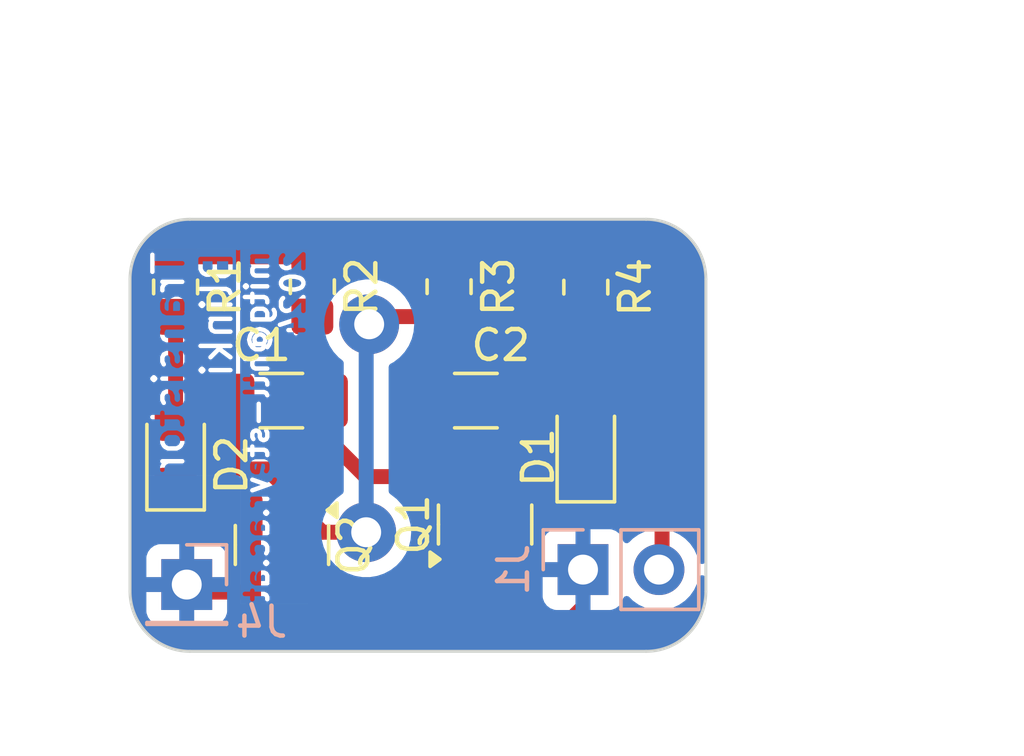
<source format=kicad_pcb>
(kicad_pcb (version 20240108) (generator "pcbnew") (generator_version "8.0")
  (layers (0 "F.Cu" signal) (31 "B.Cu" signal) (34 "B.Paste" user) (35 "F.Paste" user) (36 "B.SilkS" user "B.Silkscreen") (37 "F.SilkS" user "F.Silkscreen") (38 "B.Mask" user) (39 "F.Mask" user) (44 "Edge.Cuts" user))
  (net 0 "")
  (net 1 "Net-(Q1-B)")
  (net 2 "GND")
  (net 3 "Net-(D1-K)")
  (net 4 "Net-(Q2-B)")
  (net 5 "Net-(D2-K)")
  (net 6 "Net-(D1-A)")
  (net 7 "Net-(D2-A)")
  (net 8 "+12V")
  (footprint "Resistor_SMD:R_0805_2012Metric_Pad1.20x1.40mm_HandSolder" (layer "F.Cu") (at 144.272 66.04 -90)
    (property "Reference" "R3" (at 0 -1.65 90) (layer "F.SilkS"))
    (property "Value" "120K")
    (fp_line (start -0.227064 0.735) (end 0.227064 0.735) (stroke (width 0.12)) (layer "F.SilkS"))
    (fp_line (start -0.227064 -0.735) (end 0.227064 -0.735) (stroke (width 0.12)) (layer "F.SilkS"))
    (pad "1" smd roundrect (at -1 0 270) (size 1.2 1.4) (layers "F.Cu" "F.Paste" "F.Mask") (roundrect_rratio 0.208333) (net 8 "+12V"))
    (pad "2" smd roundrect (at 1 0 270) (size 1.2 1.4) (layers "F.Cu" "F.Paste" "F.Mask") (roundrect_rratio 0.208333) (net 4 "Net-(Q2-B)"))
  )
  (footprint "Capacitor_SMD:C_1206_3216Metric_Pad1.33x1.80mm_HandSolder" (layer "F.Cu") (at 138.6625 69.85)
    (property "Reference" "C1" (at -0.6625 -1.85 0) (layer "F.SilkS"))
    (property "Value" "10uF")
    (fp_line (start -0.711252 -0.91) (end 0.711252 -0.91) (stroke (width 0.12)) (layer "F.SilkS"))
    (fp_line (start -0.711252 0.91) (end 0.711252 0.91) (stroke (width 0.12)) (layer "F.SilkS"))
    (pad "1" smd roundrect (at -1.5625 0) (size 1.325 1.8) (layers "F.Cu" "F.Paste" "F.Mask") (roundrect_rratio 0.188679) (net 5 "Net-(D2-K)"))
    (pad "2" smd roundrect (at 1.5625 0) (size 1.325 1.8) (layers "F.Cu" "F.Paste" "F.Mask") (roundrect_rratio 0.188679) (net 1 "Net-(Q1-B)"))
  )
  (footprint "Resistor_SMD:R_0805_2012Metric_Pad1.20x1.40mm_HandSolder" (layer "F.Cu") (at 148.844 66.056 -90)
    (property "Reference" "R4" (at 0 -1.65 90) (layer "F.SilkS"))
    (property "Value" "1k")
    (fp_line (start -0.227064 0.735) (end 0.227064 0.735) (stroke (width 0.12)) (layer "F.SilkS"))
    (fp_line (start -0.227064 -0.735) (end 0.227064 -0.735) (stroke (width 0.12)) (layer "F.SilkS"))
    (pad "1" smd roundrect (at -1 0 270) (size 1.2 1.4) (layers "F.Cu" "F.Paste" "F.Mask") (roundrect_rratio 0.208333) (net 8 "+12V"))
    (pad "2" smd roundrect (at 1 0 270) (size 1.2 1.4) (layers "F.Cu" "F.Paste" "F.Mask") (roundrect_rratio 0.208333) (net 6 "Net-(D1-A)"))
  )
  (footprint "LED_SMD:LED_0805_2012Metric_Pad1.15x1.40mm_HandSolder" (layer "F.Cu") (at 135.128 71.645 90)
    (property "Reference" "D2" (at -0.355 1.872 90) (layer "F.SilkS"))
    (property "Value" "LED")
    (fp_line (start 1 -0.96) (end -1.86 -0.96) (stroke (width 0.12)) (layer "F.SilkS"))
    (fp_line (start -1.86 -0.96) (end -1.86 0.96) (stroke (width 0.12)) (layer "F.SilkS"))
    (fp_line (start -1.86 0.96) (end 1 0.96) (stroke (width 0.12)) (layer "F.SilkS"))
    (pad "1" smd roundrect (at -1.025 0 90) (size 1.15 1.4) (layers "F.Cu" "F.Paste" "F.Mask") (roundrect_rratio 0.217391) (net 5 "Net-(D2-K)"))
    (pad "2" smd roundrect (at 1.025 0 90) (size 1.15 1.4) (layers "F.Cu" "F.Paste" "F.Mask") (roundrect_rratio 0.217391) (net 7 "Net-(D2-A)"))
  )
  (footprint "Capacitor_SMD:C_1206_3216Metric_Pad1.33x1.80mm_HandSolder" (layer "F.Cu") (at 145.167568 69.85)
    (property "Reference" "C2" (at 0.832432 -1.85 0) (layer "F.SilkS"))
    (property "Value" "10uF")
    (fp_line (start -0.711252 -0.91) (end 0.711252 -0.91) (stroke (width 0.12)) (layer "F.SilkS"))
    (fp_line (start -0.711252 0.91) (end 0.711252 0.91) (stroke (width 0.12)) (layer "F.SilkS"))
    (pad "1" smd roundrect (at -1.5625 0) (size 1.325 1.8) (layers "F.Cu" "F.Paste" "F.Mask") (roundrect_rratio 0.188679) (net 4 "Net-(Q2-B)"))
    (pad "2" smd roundrect (at 1.5625 0) (size 1.325 1.8) (layers "F.Cu" "F.Paste" "F.Mask") (roundrect_rratio 0.188679) (net 3 "Net-(D1-K)"))
  )
  (footprint "Package_TO_SOT_SMD:SOT-23" (layer "F.Cu") (at 138.684 74.676 -90)
    (property "Reference" "Q2" (at 0 -2.4 90) (layer "F.SilkS"))
    (property "Value" "BC846")
    (fp_line (start 0 1.56) (end -0.65 1.56) (stroke (width 0.12)) (layer "F.SilkS"))
    (fp_line (start 0 1.56) (end 0.65 1.56) (stroke (width 0.12)) (layer "F.SilkS"))
    (fp_line (start 0 -1.56) (end -0.65 -1.56) (stroke (width 0.12)) (layer "F.SilkS"))
    (fp_line (start 0 -1.56) (end 0.65 -1.56) (stroke (width 0.12)) (layer "F.SilkS"))
    (fp_poly (pts (xy -1.1625 -1.51) (xy -1.4025 -1.84) (xy -0.9225 -1.84) (xy -1.1625 -1.51)) (stroke (width 0.12)) (fill solid) (layer "F.SilkS"))
    (pad "1" smd roundrect (at -0.9375 -0.95 270) (size 1.475 0.6) (layers "F.Cu" "F.Paste" "F.Mask") (net 4 "Net-(Q2-B)"))
    (pad "2" smd roundrect (at -0.9375 0.95 270) (size 1.475 0.6) (layers "F.Cu" "F.Paste" "F.Mask") (net 2 "GND"))
    (pad "3" smd roundrect (at 0.9375 0 270) (size 1.475 0.6) (layers "F.Cu" "F.Paste" "F.Mask") (net 5 "Net-(D2-K)"))
  )
  (footprint "Resistor_SMD:R_0805_2012Metric_Pad1.20x1.40mm_HandSolder" (layer "F.Cu") (at 135.128 66.048 -90)
    (property "Reference" "R1" (at 0 -1.65 90) (layer "F.SilkS"))
    (property "Value" "1k")
    (fp_line (start -0.227064 0.735) (end 0.227064 0.735) (stroke (width 0.12)) (layer "F.SilkS"))
    (fp_line (start -0.227064 -0.735) (end 0.227064 -0.735) (stroke (width 0.12)) (layer "F.SilkS"))
    (pad "1" smd roundrect (at -1 0 270) (size 1.2 1.4) (layers "F.Cu" "F.Paste" "F.Mask") (roundrect_rratio 0.208333) (net 8 "+12V"))
    (pad "2" smd roundrect (at 1 0 270) (size 1.2 1.4) (layers "F.Cu" "F.Paste" "F.Mask") (roundrect_rratio 0.208333) (net 7 "Net-(D2-A)"))
  )
  (footprint "Resistor_SMD:R_0805_2012Metric_Pad1.20x1.40mm_HandSolder" (layer "F.Cu") (at 139.7 66.04 -90)
    (property "Reference" "R2" (at 0 -1.65 90) (layer "F.SilkS"))
    (property "Value" "120K")
    (fp_line (start -0.227064 0.735) (end 0.227064 0.735) (stroke (width 0.12)) (layer "F.SilkS"))
    (fp_line (start -0.227064 -0.735) (end 0.227064 -0.735) (stroke (width 0.12)) (layer "F.SilkS"))
    (pad "1" smd roundrect (at -1 0 270) (size 1.2 1.4) (layers "F.Cu" "F.Paste" "F.Mask") (roundrect_rratio 0.208333) (net 8 "+12V"))
    (pad "2" smd roundrect (at 1 0 270) (size 1.2 1.4) (layers "F.Cu" "F.Paste" "F.Mask") (roundrect_rratio 0.208333) (net 1 "Net-(Q1-B)"))
  )
  (footprint "Package_TO_SOT_SMD:SOT-23" (layer "F.Cu") (at 145.476 73.9925 90)
    (property "Reference" "Q1" (at 0 -2.4 90) (layer "F.SilkS"))
    (property "Value" "BC846")
    (fp_line (start 0 -1.56) (end 0.65 -1.56) (stroke (width 0.12)) (layer "F.SilkS"))
    (fp_line (start 0 -1.56) (end -0.65 -1.56) (stroke (width 0.12)) (layer "F.SilkS"))
    (fp_line (start 0 1.56) (end 0.65 1.56) (stroke (width 0.12)) (layer "F.SilkS"))
    (fp_line (start 0 1.56) (end -0.65 1.56) (stroke (width 0.12)) (layer "F.SilkS"))
    (fp_poly (pts (xy -1.1625 -1.51) (xy -1.4025 -1.84) (xy -0.9225 -1.84) (xy -1.1625 -1.51)) (stroke (width 0.12)) (fill solid) (layer "F.SilkS"))
    (pad "1" smd roundrect (at -0.9375 -0.95 90) (size 1.475 0.6) (layers "F.Cu" "F.Paste" "F.Mask") (net 1 "Net-(Q1-B)"))
    (pad "2" smd roundrect (at -0.9375 0.95 90) (size 1.475 0.6) (layers "F.Cu" "F.Paste" "F.Mask") (net 2 "GND"))
    (pad "3" smd roundrect (at 0.9375 0 90) (size 1.475 0.6) (layers "F.Cu" "F.Paste" "F.Mask") (net 3 "Net-(D1-K)"))
  )
  (footprint "LED_SMD:LED_0805_2012Metric_Pad1.15x1.40mm_HandSolder" (layer "F.Cu") (at 148.844 71.374 90)
    (property "Reference" "D1" (at -0.376 -1.594 90) (layer "F.SilkS"))
    (property "Value" "LED")
    (fp_line (start 1 -0.96) (end -1.86 -0.96) (stroke (width 0.12)) (layer "F.SilkS"))
    (fp_line (start -1.86 -0.96) (end -1.86 0.96) (stroke (width 0.12)) (layer "F.SilkS"))
    (fp_line (start -1.86 0.96) (end 1 0.96) (stroke (width 0.12)) (layer "F.SilkS"))
    (pad "1" smd roundrect (at -1.025 0 90) (size 1.15 1.4) (layers "F.Cu" "F.Paste" "F.Mask") (roundrect_rratio 0.217391) (net 3 "Net-(D1-K)"))
    (pad "2" smd roundrect (at 1.025 0 90) (size 1.15 1.4) (layers "F.Cu" "F.Paste" "F.Mask") (roundrect_rratio 0.217391) (net 6 "Net-(D1-A)"))
  )
  (footprint "Connector_PinHeader_2.54mm:PinHeader_1x01_P2.54mm_Vertical" (layer "B.Cu") (at 135.5 76 180)
    (property "Reference" "J4" (at -2.5 -1.25 180) (layer "B.SilkS") (effects (justify mirror)))
    (property "Value" "PINHD_1x1_Male")
    (fp_line (start 1.33 -1.27) (end -1.33 -1.27) (stroke (width 0.12)) (layer "B.SilkS"))
    (fp_line (start 1.33 -1.33) (end 1.33 -1.27) (stroke (width 0.12)) (layer "B.SilkS"))
    (fp_line (start 1.33 -1.33) (end -1.33 -1.33) (stroke (width 0.12)) (layer "B.SilkS"))
    (fp_line (start 0 1.33) (end -1.33 1.33) (stroke (width 0.12)) (layer "B.SilkS"))
    (fp_line (start -1.33 1.33) (end -1.33 0) (stroke (width 0.12)) (layer "B.SilkS"))
    (fp_line (start -1.33 -1.33) (end -1.33 -1.27) (stroke (width 0.12)) (layer "B.SilkS"))
    (pad "1" thru_hole rect (at 0 0 180) (size 1.7 1.7) (drill 1) (layers "*.Cu" "*.Mask") (net 2 "GND"))
  )
  (footprint "Connector_PinHeader_2.54mm:PinHeader_1x02_P2.54mm_Vertical" (layer "B.Cu") (at 148.75 75.5 -90)
    (property "Reference" "J1" (at 0 2.33 90) (layer "B.SilkS") (effects (justify mirror)))
    (property "Value" "Conn_01x02_Pin")
    (fp_line (start -1.33 1.33) (end -1.33 0) (stroke (width 0.12)) (layer "B.SilkS"))
    (fp_line (start 0 1.33) (end -1.33 1.33) (stroke (width 0.12)) (layer "B.SilkS"))
    (fp_line (start 1.33 -1.27) (end -1.33 -1.27) (stroke (width 0.12)) (layer "B.SilkS"))
    (fp_line (start -1.33 -3.87) (end -1.33 -1.27) (stroke (width 0.12)) (layer "B.SilkS"))
    (fp_line (start 1.33 -3.87) (end 1.33 -1.27) (stroke (width 0.12)) (layer "B.SilkS"))
    (fp_line (start 1.33 -3.87) (end -1.33 -3.87) (stroke (width 0.12)) (layer "B.SilkS"))
    (pad "1" thru_hole rect (at 0 0 270) (size 1.7 1.7) (drill 1) (layers "*.Cu" "*.Mask") (net 2 "GND"))
    (pad "2" thru_hole oval (at 0 -2.54 270) (size 1.7 1.7) (drill 1) (layers "*.Cu" "*.Mask") (net 8 "+12V"))
  )
  (gr_line (start 135.604 63.786294) (end 150.85767 63.786294) (stroke (width 0.1)) (layer "Edge.Cuts"))
  (gr_line (start 133.604 76.232) (end 133.604 65.786294) (stroke (width 0.1)) (layer "Edge.Cuts"))
  (gr_arc (start 135.604 78.232) (mid 134.189786 77.646214) (end 133.604 76.232) (stroke (width 0.1)) (layer "Edge.Cuts"))
  (gr_arc (start 133.604 65.786294) (mid 134.189789 64.372084) (end 135.604 63.786294) (stroke (width 0.1)) (layer "Edge.Cuts"))
  (gr_line (start 150.85767 78.232) (end 135.604 78.232) (stroke (width 0.1)) (layer "Edge.Cuts"))
  (gr_arc (start 152.85767 76.232) (mid 152.271884 77.646214) (end 150.85767 78.232) (stroke (width 0.1)) (layer "Edge.Cuts"))
  (gr_arc (start 150.85767 63.786294) (mid 152.271884 64.37208) (end 152.85767 65.786294) (stroke (width 0.1)) (layer "Edge.Cuts"))
  (gr_line (start 152.85767 65.786294) (end 152.85767 76.232) (stroke (width 0.1)) (layer "Edge.Cuts"))
  (gr_text "Transistor\nBlinki\n" (at 137.091245 64.777801 90) (layer "B.Cu" knockout) (effects (font (size 1 1)) (justify left bottom mirror)))
  (gr_text "mitg@htl-steyr.ac.at\n2024" (at 139.5 64.75 90) (layer "B.Cu" knockout) (effects (font (size 0.75 0.75)) (justify left bottom mirror)))
  (segment (start 141.478 72.39) (end 139.7 70.612) (width 0.5) (layer "F.Cu") (net 1))
  (segment (start 144.526 74.93) (end 144.526 73.406) (width 0.5) (layer "F.Cu") (net 1))
  (segment (start 143.51 72.39) (end 141.478 72.39) (width 0.5) (layer "F.Cu") (net 1))
  (segment (start 139.7 70.358) (end 139.7 67.04) (width 0.5) (layer "F.Cu") (net 1))
  (segment (start 139.7 70.612) (end 139.7 70.358) (width 0.5) (layer "F.Cu") (net 1))
  (segment (start 144.526 73.406) (end 143.51 72.39) (width 0.5) (layer "F.Cu") (net 1))
  (segment (start 146.426 77.47) (end 137.954 77.47) (width 0.5) (layer "F.Cu") (net 2))
  (segment (start 137.954 77.47) (end 137.734 77.25) (width 0.5) (layer "F.Cu") (net 2))
  (segment (start 146.426 74.93) (end 146.426 77.47) (width 0.5) (layer "F.Cu") (net 2))
  (segment (start 135.5 76) (end 135.75 76.25) (width 0.5) (layer "F.Cu") (net 2))
  (segment (start 137.734 77.25) (end 137.734 76.25) (width 0.5) (layer "F.Cu") (net 2))
  (segment (start 137.734 73.7385) (end 137.734 76.25) (width 0.5) (layer "F.Cu") (net 2))
  (segment (start 148.75 76.75) (end 148.03 77.47) (width 0.5) (layer "F.Cu") (net 2))
  (segment (start 148.03 77.47) (end 146.426 77.47) (width 0.5) (layer "F.Cu") (net 2))
  (segment (start 135.75 76.25) (end 137.734 76.25) (width 0.5) (layer "F.Cu") (net 2))
  (segment (start 148.75 75.5) (end 148.75 76.75) (width 0.5) (layer "F.Cu") (net 2))
  (segment (start 146.3425 72.0975) (end 146.304 72.136) (width 0.5) (layer "F.Cu") (net 3))
  (segment (start 145.476 72.456) (end 145.796 72.136) (width 0.5) (layer "F.Cu") (net 3))
  (segment (start 145.796 72.136) (end 146.304 72.136) (width 0.5) (layer "F.Cu") (net 3))
  (segment (start 146.3425 69.85) (end 146.3425 72.0975) (width 0.5) (layer "F.Cu") (net 3))
  (segment (start 146.304 72.136) (end 148.581 72.136) (width 0.5) (layer "F.Cu") (net 3))
  (segment (start 148.581 72.136) (end 148.844 72.399) (width 0.5) (layer "F.Cu") (net 3))
  (segment (start 145.476 73.055) (end 145.476 72.456) (width 0.5) (layer "F.Cu") (net 3))
  (segment (start 141.6 67.297224) (end 141.857224 67.04) (width 0.5) (layer "F.Cu") (net 4))
  (segment (start 143.2175 69.85) (end 144.272 68.7955) (width 0.5) (layer "F.Cu") (net 4))
  (segment (start 139.634 73.848) (end 139.634 73.7385) (width 0.5) (layer "F.Cu") (net 4))
  (segment (start 144.272 68.7955) (end 144.272 67.04) (width 0.5) (layer "F.Cu") (net 4))
  (segment (start 140.036 74.25) (end 139.634 73.848) (width 0.5) (layer "F.Cu") (net 4))
  (segment (start 141.5 74.25) (end 140.036 74.25) (width 0.5) (layer "F.Cu") (net 4))
  (segment (start 141.857224 67.04) (end 144.272 67.04) (width 0.5) (layer "F.Cu") (net 4))
  (via (at 141.6 67.297224) (size 2) (drill 1) (layers "F.Cu" "B.Cu") (net 4))
  (via (at 141.5 74.25) (size 2) (drill 1) (layers "F.Cu" "B.Cu") (net 4))
  (segment (start 141.5 67.397224) (end 141.6 67.297224) (width 0.5) (layer "B.Cu") (net 4))
  (segment (start 141.5 74.25) (end 141.5 67.397224) (width 0.5) (layer "B.Cu") (net 4))
  (segment (start 138.176 72.136) (end 137.114 72.136) (width 0.5) (layer "F.Cu") (net 5))
  (segment (start 136.58 72.67) (end 135.128 72.67) (width 0.5) (layer "F.Cu") (net 5))
  (segment (start 138.684 72.644) (end 138.176 72.136) (width 0.5) (layer "F.Cu") (net 5))
  (segment (start 137.1 72.122) (end 137.114 72.136) (width 0.5) (layer "F.Cu") (net 5))
  (segment (start 137.114 72.136) (end 136.58 72.67) (width 0.5) (layer "F.Cu") (net 5))
  (segment (start 137.1 69.85) (end 137.1 72.122) (width 0.5) (layer "F.Cu") (net 5))
  (segment (start 138.684 75.6135) (end 138.684 72.644) (width 0.5) (layer "F.Cu") (net 5))
  (segment (start 148.844 70.349) (end 148.844 67.056) (width 0.5) (layer "F.Cu") (net 6))
  (segment (start 135.128 67.048) (end 135.128 70.62) (width 0.5) (layer "F.Cu") (net 7))
  (segment (start 135.136 65.04) (end 135.128 65.048) (width 0.5) (layer "F.Cu") (net 8))
  (segment (start 151.29 75.5) (end 151.392634 75.397366) (width 0.5) (layer "F.Cu") (net 8))
  (segment (start 150.4 65.056) (end 148.844 65.056) (width 0.5) (layer "F.Cu") (net 8))
  (segment (start 139.7 65.04) (end 135.136 65.04) (width 0.5) (layer "F.Cu") (net 8))
  (segment (start 144.288 65.056) (end 144.272 65.04) (width 0.5) (layer "F.Cu") (net 8))
  (segment (start 148.844 65.056) (end 144.288 65.056) (width 0.5) (layer "F.Cu") (net 8))
  (segment (start 144.272 65.04) (end 139.7 65.04) (width 0.5) (layer "F.Cu") (net 8))
  (segment (start 148.828 65.04) (end 148.844 65.056) (width 0.5) (layer "F.Cu") (net 8))
  (segment (start 151.392634 66.048634) (end 150.4 65.056) (width 0.5) (layer "F.Cu") (net 8))
  (segment (start 151.392634 75.397366) (end 151.392634 66.048634) (width 0.5) (layer "F.Cu") (net 8))
  (zone (net 2) (net_name "GND") (layer "B.Cu") (connect_pads (clearance 0.5)) (min_thickness 0.25) (fill yes (thermal_gap 0.5) (thermal_bridge_width 0.5))
    (polygon (pts (arc (start 150.85767 78.232) (mid 152.271884 77.646214) (end 152.85767 76.232)) (arc (start 152.85767 65.786294) (mid 152.271884 64.37208) (end 150.85767 63.786294)) (arc (start 135.604 63.786294) (mid 134.189789 64.372084) (end 133.604 65.786294)) (arc (start 133.604 76.232) (mid 134.189786 77.646214) (end 135.604 78.232))))
  )
)
</source>
